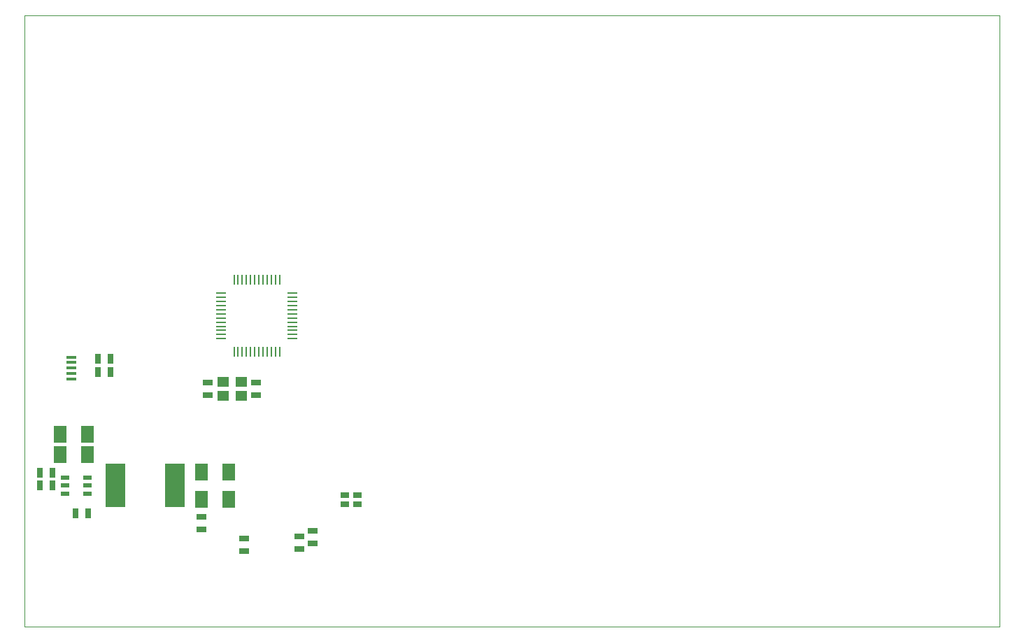
<source format=gtp>
G04 #@! TF.GenerationSoftware,KiCad,Pcbnew,5.1.9-73d0e3b20d~88~ubuntu18.04.1*
G04 #@! TF.CreationDate,2021-10-16T20:22:12+02:00*
G04 #@! TF.ProjectId,VFODial,56464f44-6961-46c2-9e6b-696361645f70,rev?*
G04 #@! TF.SameCoordinates,Original*
G04 #@! TF.FileFunction,Paste,Top*
G04 #@! TF.FilePolarity,Positive*
%FSLAX46Y46*%
G04 Gerber Fmt 4.6, Leading zero omitted, Abs format (unit mm)*
G04 Created by KiCad (PCBNEW 5.1.9-73d0e3b20d~88~ubuntu18.04.1) date 2021-10-16 20:22:12*
%MOMM*%
%LPD*%
G01*
G04 APERTURE LIST*
G04 #@! TA.AperFunction,Profile*
%ADD10C,0.050000*%
G04 #@! TD*
%ADD11R,0.635000X1.143000*%
%ADD12R,1.143000X0.635000*%
%ADD13R,1.524000X2.032000*%
%ADD14R,2.420000X5.330000*%
%ADD15R,1.100000X0.600000*%
%ADD16R,1.400000X1.200000*%
%ADD17R,1.300000X0.250000*%
%ADD18R,0.250000X1.300000*%
%ADD19R,1.300000X0.450000*%
%ADD20R,1.000000X0.800000*%
G04 APERTURE END LIST*
D10*
X20100000Y-187400000D02*
X20100000Y-187300000D01*
X138100000Y-187400000D02*
X20100000Y-187400000D01*
X138100000Y-113400000D02*
X138100000Y-187400000D01*
X20100000Y-113400000D02*
X138100000Y-113400000D01*
X20100000Y-187300000D02*
X20100000Y-113400000D01*
D11*
G04 #@! TO.C,R128*
X23462000Y-170350000D03*
X21938000Y-170350000D03*
G04 #@! TD*
G04 #@! TO.C,R127*
X21938000Y-168800000D03*
X23462000Y-168800000D03*
G04 #@! TD*
D12*
G04 #@! TO.C,R104*
X53350000Y-178012000D03*
X53350000Y-176488000D03*
G04 #@! TD*
G04 #@! TO.C,R103*
X55000000Y-177312000D03*
X55000000Y-175788000D03*
G04 #@! TD*
D11*
G04 #@! TO.C,R102*
X30512000Y-156600000D03*
X28988000Y-156600000D03*
G04 #@! TD*
G04 #@! TO.C,R101*
X30512000Y-154950000D03*
X28988000Y-154950000D03*
G04 #@! TD*
G04 #@! TO.C,C119*
X26238000Y-173700000D03*
X27762000Y-173700000D03*
G04 #@! TD*
D13*
G04 #@! TO.C,C118*
X24399000Y-166600000D03*
X27701000Y-166600000D03*
G04 #@! TD*
G04 #@! TO.C,C117*
X24399000Y-164100000D03*
X27701000Y-164100000D03*
G04 #@! TD*
G04 #@! TO.C,C116*
X44801000Y-172000000D03*
X41499000Y-172000000D03*
G04 #@! TD*
G04 #@! TO.C,C115*
X44801000Y-168700000D03*
X41499000Y-168700000D03*
G04 #@! TD*
D12*
G04 #@! TO.C,C114*
X41500000Y-175612000D03*
X41500000Y-174088000D03*
G04 #@! TD*
G04 #@! TO.C,C103*
X48100000Y-157888000D03*
X48100000Y-159412000D03*
G04 #@! TD*
G04 #@! TO.C,C102*
X42300000Y-159412000D03*
X42300000Y-157888000D03*
G04 #@! TD*
G04 #@! TO.C,C101*
X46700000Y-176738000D03*
X46700000Y-178262000D03*
G04 #@! TD*
D14*
G04 #@! TO.C,U102*
X31080000Y-170350000D03*
X38320000Y-170350000D03*
G04 #@! TD*
D15*
G04 #@! TO.C,U103*
X25000000Y-171300000D03*
X25000000Y-170350000D03*
X25000000Y-169400000D03*
X27700000Y-169400000D03*
X27700000Y-170350000D03*
X27700000Y-171300000D03*
G04 #@! TD*
D16*
G04 #@! TO.C,X101*
X44100001Y-157800000D03*
X46300001Y-157800000D03*
X46300001Y-159500000D03*
X44100001Y-159500000D03*
G04 #@! TD*
D17*
G04 #@! TO.C,U101*
X43850000Y-152550000D03*
X43850000Y-152050000D03*
X43850000Y-151550000D03*
X43850000Y-151050000D03*
X43850000Y-150550000D03*
X43850000Y-150050000D03*
X43850000Y-149550000D03*
X43850000Y-149050000D03*
X43850000Y-148550000D03*
X43850000Y-148050000D03*
X43850000Y-147550000D03*
X43850000Y-147050000D03*
D18*
X45450000Y-145450000D03*
X45950000Y-145450000D03*
X46450000Y-145450000D03*
X46950000Y-145450000D03*
X47450000Y-145450000D03*
X47950000Y-145450000D03*
X48450000Y-145450000D03*
X48950000Y-145450000D03*
X49450000Y-145450000D03*
X49950000Y-145450000D03*
X50450000Y-145450000D03*
X50950000Y-145450000D03*
D17*
X52550000Y-147050000D03*
X52550000Y-147550000D03*
X52550000Y-148050000D03*
X52550000Y-148550000D03*
X52550000Y-149050000D03*
X52550000Y-149550000D03*
X52550000Y-150050000D03*
X52550000Y-150550000D03*
X52550000Y-151050000D03*
X52550000Y-151550000D03*
X52550000Y-152050000D03*
X52550000Y-152550000D03*
D18*
X50950000Y-154150000D03*
X50450000Y-154150000D03*
X49950000Y-154150000D03*
X49450000Y-154150000D03*
X48950000Y-154150000D03*
X48450000Y-154150000D03*
X47950000Y-154150000D03*
X47450000Y-154150000D03*
X46950000Y-154150000D03*
X46450000Y-154150000D03*
X45950000Y-154150000D03*
X45450000Y-154150000D03*
G04 #@! TD*
D19*
G04 #@! TO.C,J101*
X25800000Y-157400000D03*
X25800000Y-156750000D03*
X25800000Y-156100000D03*
X25800000Y-155450000D03*
X25800000Y-154800000D03*
G04 #@! TD*
D20*
G04 #@! TO.C,L101*
X60400000Y-172600000D03*
X60400000Y-171500000D03*
X58900000Y-171500000D03*
X58900000Y-172600000D03*
G04 #@! TD*
M02*

</source>
